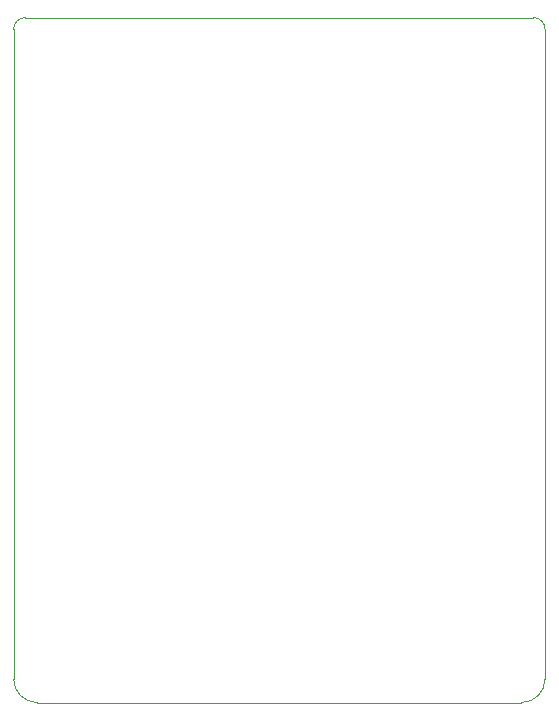
<source format=gm1>
G04 #@! TF.GenerationSoftware,KiCad,Pcbnew,7.0.9*
G04 #@! TF.CreationDate,2024-01-02T17:05:22-06:00*
G04 #@! TF.ProjectId,basic_expander_v2.1,62617369-635f-4657-9870-616e6465725f,rev?*
G04 #@! TF.SameCoordinates,Original*
G04 #@! TF.FileFunction,Profile,NP*
%FSLAX46Y46*%
G04 Gerber Fmt 4.6, Leading zero omitted, Abs format (unit mm)*
G04 Created by KiCad (PCBNEW 7.0.9) date 2024-01-02 17:05:22*
%MOMM*%
%LPD*%
G01*
G04 APERTURE LIST*
G04 #@! TA.AperFunction,Profile*
%ADD10C,0.050000*%
G04 #@! TD*
G04 APERTURE END LIST*
D10*
X60000000Y-41000000D02*
X60000000Y-96000000D01*
X62000000Y-98000000D02*
X103000000Y-98000000D01*
X105000000Y-41000000D02*
X105000000Y-96000000D01*
X60000000Y-96000000D02*
G75*
G03*
X62000000Y-98000000I2000000J0D01*
G01*
X61000000Y-40000000D02*
G75*
G03*
X60000000Y-41000000I0J-1000000D01*
G01*
X103000000Y-98000000D02*
G75*
G03*
X105000000Y-96000000I0J2000000D01*
G01*
X61000000Y-40000000D02*
X104000000Y-40000000D01*
X105000000Y-41000000D02*
G75*
G03*
X104000000Y-40000000I-1000000J0D01*
G01*
M02*

</source>
